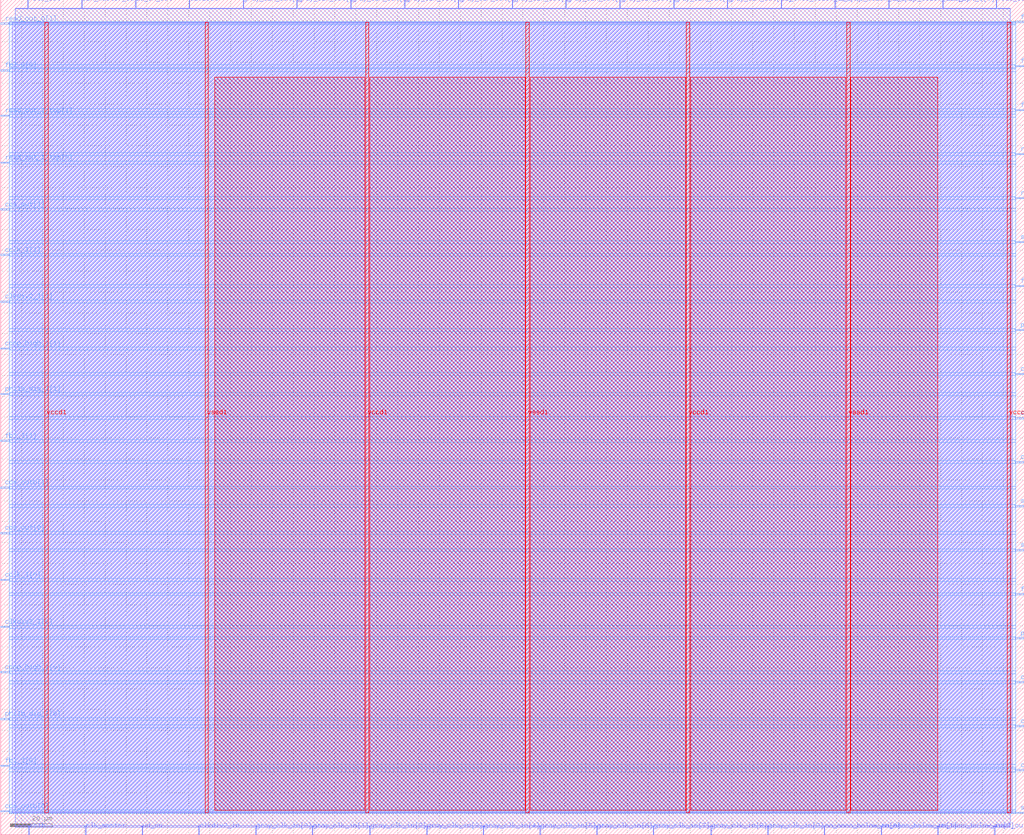
<source format=lef>
VERSION 5.7 ;
  NOWIREEXTENSIONATPIN ON ;
  DIVIDERCHAR "/" ;
  BUSBITCHARS "[]" ;
MACRO scalable_dual_core
  CLASS BLOCK ;
  FOREIGN scalable_dual_core ;
  ORIGIN 0.000 0.000 ;
  SIZE 490.000 BY 400.000 ;
  PIN cclk_I[0]
    DIRECTION OUTPUT TRISTATE ;
    USE SIGNAL ;
    PORT
      LAYER met3 ;
        RECT 0.000 121.760 4.000 122.360 ;
    END
  END cclk_I[0]
  PIN cclk_I[1]
    DIRECTION OUTPUT TRISTATE ;
    USE SIGNAL ;
    PORT
      LAYER met3 ;
        RECT 0.000 277.480 4.000 278.080 ;
    END
  END cclk_I[1]
  PIN cclk_Q[0]
    DIRECTION OUTPUT TRISTATE ;
    USE SIGNAL ;
    PORT
      LAYER met3 ;
        RECT 486.000 30.640 490.000 31.240 ;
    END
  END cclk_Q[0]
  PIN cclk_Q[1]
    DIRECTION OUTPUT TRISTATE ;
    USE SIGNAL ;
    PORT
      LAYER met3 ;
        RECT 486.000 178.200 490.000 178.800 ;
    END
  END cclk_Q[1]
  PIN clk_master
    DIRECTION INPUT ;
    USE SIGNAL ;
    PORT
      LAYER met2 ;
        RECT 40.570 0.000 40.850 4.000 ;
    END
  END clk_master
  PIN clk_master_out
    DIRECTION OUTPUT TRISTATE ;
    USE SIGNAL ;
    PORT
      LAYER met2 ;
        RECT 38.730 396.000 39.010 400.000 ;
    END
  END clk_master_out
  PIN clkdiv2_I[0]
    DIRECTION OUTPUT TRISTATE ;
    USE SIGNAL ;
    PORT
      LAYER met3 ;
        RECT 0.000 99.320 4.000 99.920 ;
    END
  END clkdiv2_I[0]
  PIN clkdiv2_I[1]
    DIRECTION OUTPUT TRISTATE ;
    USE SIGNAL ;
    PORT
      LAYER met3 ;
        RECT 0.000 255.040 4.000 255.640 ;
    END
  END clkdiv2_I[1]
  PIN clkdiv2_Q[0]
    DIRECTION OUTPUT TRISTATE ;
    USE SIGNAL ;
    PORT
      LAYER met3 ;
        RECT 486.000 51.720 490.000 52.320 ;
    END
  END clkdiv2_Q[0]
  PIN clkdiv2_Q[1]
    DIRECTION OUTPUT TRISTATE ;
    USE SIGNAL ;
    PORT
      LAYER met3 ;
        RECT 486.000 199.280 490.000 199.880 ;
    END
  END clkdiv2_Q[1]
  PIN clkdiv2_in
    DIRECTION INPUT ;
    USE SIGNAL ;
    PORT
      LAYER met2 ;
        RECT 94.850 0.000 95.130 4.000 ;
    END
  END clkdiv2_in
  PIN comp_high_I[0]
    DIRECTION INPUT ;
    USE SIGNAL ;
    PORT
      LAYER met3 ;
        RECT 0.000 77.560 4.000 78.160 ;
    END
  END comp_high_I[0]
  PIN comp_high_I[1]
    DIRECTION INPUT ;
    USE SIGNAL ;
    PORT
      LAYER met3 ;
        RECT 0.000 232.600 4.000 233.200 ;
    END
  END comp_high_I[1]
  PIN comp_high_Q[0]
    DIRECTION INPUT ;
    USE SIGNAL ;
    PORT
      LAYER met3 ;
        RECT 486.000 72.800 490.000 73.400 ;
    END
  END comp_high_Q[0]
  PIN comp_high_Q[1]
    DIRECTION INPUT ;
    USE SIGNAL ;
    PORT
      LAYER met3 ;
        RECT 486.000 220.360 490.000 220.960 ;
    END
  END comp_high_Q[1]
  PIN cos_out[0]
    DIRECTION OUTPUT TRISTATE ;
    USE SIGNAL ;
    PORT
      LAYER met3 ;
        RECT 0.000 144.200 4.000 144.800 ;
    END
  END cos_out[0]
  PIN cos_out[1]
    DIRECTION OUTPUT TRISTATE ;
    USE SIGNAL ;
    PORT
      LAYER met3 ;
        RECT 0.000 299.240 4.000 299.840 ;
    END
  END cos_out[1]
  PIN cos_outb[0]
    DIRECTION OUTPUT TRISTATE ;
    USE SIGNAL ;
    PORT
      LAYER met3 ;
        RECT 0.000 10.920 4.000 11.520 ;
    END
  END cos_outb[0]
  PIN cos_outb[1]
    DIRECTION OUTPUT TRISTATE ;
    USE SIGNAL ;
    PORT
      LAYER met3 ;
        RECT 0.000 165.960 4.000 166.560 ;
    END
  END cos_outb[1]
  PIN div2out
    DIRECTION OUTPUT TRISTATE ;
    USE SIGNAL ;
    PORT
      LAYER met2 ;
        RECT 90.250 396.000 90.530 400.000 ;
    END
  END div2out
  PIN fb1_I[0]
    DIRECTION OUTPUT TRISTATE ;
    USE SIGNAL ;
    PORT
      LAYER met3 ;
        RECT 0.000 32.680 4.000 33.280 ;
    END
  END fb1_I[0]
  PIN fb1_I[1]
    DIRECTION OUTPUT TRISTATE ;
    USE SIGNAL ;
    PORT
      LAYER met3 ;
        RECT 0.000 188.400 4.000 189.000 ;
    END
  END fb1_I[1]
  PIN fb1_Q[0]
    DIRECTION OUTPUT TRISTATE ;
    USE SIGNAL ;
    PORT
      LAYER met3 ;
        RECT 486.000 114.960 490.000 115.560 ;
    END
  END fb1_Q[0]
  PIN fb1_Q[1]
    DIRECTION OUTPUT TRISTATE ;
    USE SIGNAL ;
    PORT
      LAYER met3 ;
        RECT 486.000 262.520 490.000 263.120 ;
    END
  END fb1_Q[1]
  PIN fb2_I[0]
    DIRECTION OUTPUT TRISTATE ;
    USE SIGNAL ;
    PORT
      LAYER met3 ;
        RECT 486.000 346.840 490.000 347.440 ;
    END
  END fb2_I[0]
  PIN fb2_I[1]
    DIRECTION OUTPUT TRISTATE ;
    USE SIGNAL ;
    PORT
      LAYER met3 ;
        RECT 486.000 367.920 490.000 368.520 ;
    END
  END fb2_I[1]
  PIN fb2_Q[0]
    DIRECTION OUTPUT TRISTATE ;
    USE SIGNAL ;
    PORT
      LAYER met3 ;
        RECT 0.000 365.880 4.000 366.480 ;
    END
  END fb2_Q[0]
  PIN fb2_Q[1]
    DIRECTION OUTPUT TRISTATE ;
    USE SIGNAL ;
    PORT
      LAYER met3 ;
        RECT 486.000 389.000 490.000 389.600 ;
    END
  END fb2_Q[1]
  PIN gray_clk_in[0]
    DIRECTION INPUT ;
    USE SIGNAL ;
    PORT
      LAYER met2 ;
        RECT 121.990 0.000 122.270 4.000 ;
    END
  END gray_clk_in[0]
  PIN gray_clk_in[1]
    DIRECTION INPUT ;
    USE SIGNAL ;
    PORT
      LAYER met2 ;
        RECT 149.130 0.000 149.410 4.000 ;
    END
  END gray_clk_in[1]
  PIN gray_clk_in[2]
    DIRECTION INPUT ;
    USE SIGNAL ;
    PORT
      LAYER met2 ;
        RECT 176.730 0.000 177.010 4.000 ;
    END
  END gray_clk_in[2]
  PIN gray_clk_in[3]
    DIRECTION INPUT ;
    USE SIGNAL ;
    PORT
      LAYER met2 ;
        RECT 203.870 0.000 204.150 4.000 ;
    END
  END gray_clk_in[3]
  PIN gray_clk_in[4]
    DIRECTION INPUT ;
    USE SIGNAL ;
    PORT
      LAYER met2 ;
        RECT 231.010 0.000 231.290 4.000 ;
    END
  END gray_clk_in[4]
  PIN gray_clk_in[5]
    DIRECTION INPUT ;
    USE SIGNAL ;
    PORT
      LAYER met2 ;
        RECT 258.150 0.000 258.430 4.000 ;
    END
  END gray_clk_in[5]
  PIN gray_clk_in[6]
    DIRECTION INPUT ;
    USE SIGNAL ;
    PORT
      LAYER met2 ;
        RECT 285.290 0.000 285.570 4.000 ;
    END
  END gray_clk_in[6]
  PIN gray_clk_in[7]
    DIRECTION INPUT ;
    USE SIGNAL ;
    PORT
      LAYER met2 ;
        RECT 312.430 0.000 312.710 4.000 ;
    END
  END gray_clk_in[7]
  PIN gray_clk_in[8]
    DIRECTION INPUT ;
    USE SIGNAL ;
    PORT
      LAYER met2 ;
        RECT 340.030 0.000 340.310 4.000 ;
    END
  END gray_clk_in[8]
  PIN gray_clk_in[9]
    DIRECTION INPUT ;
    USE SIGNAL ;
    PORT
      LAYER met2 ;
        RECT 367.170 0.000 367.450 4.000 ;
    END
  END gray_clk_in[9]
  PIN gray_clk_out[10]
    DIRECTION OUTPUT TRISTATE ;
    USE SIGNAL ;
    PORT
      LAYER met2 ;
        RECT 347.850 396.000 348.130 400.000 ;
    END
  END gray_clk_out[10]
  PIN gray_clk_out[1]
    DIRECTION OUTPUT TRISTATE ;
    USE SIGNAL ;
    PORT
      LAYER met2 ;
        RECT 116.010 396.000 116.290 400.000 ;
    END
  END gray_clk_out[1]
  PIN gray_clk_out[2]
    DIRECTION OUTPUT TRISTATE ;
    USE SIGNAL ;
    PORT
      LAYER met2 ;
        RECT 141.770 396.000 142.050 400.000 ;
    END
  END gray_clk_out[2]
  PIN gray_clk_out[3]
    DIRECTION OUTPUT TRISTATE ;
    USE SIGNAL ;
    PORT
      LAYER met2 ;
        RECT 167.530 396.000 167.810 400.000 ;
    END
  END gray_clk_out[3]
  PIN gray_clk_out[4]
    DIRECTION OUTPUT TRISTATE ;
    USE SIGNAL ;
    PORT
      LAYER met2 ;
        RECT 193.290 396.000 193.570 400.000 ;
    END
  END gray_clk_out[4]
  PIN gray_clk_out[5]
    DIRECTION OUTPUT TRISTATE ;
    USE SIGNAL ;
    PORT
      LAYER met2 ;
        RECT 219.050 396.000 219.330 400.000 ;
    END
  END gray_clk_out[5]
  PIN gray_clk_out[6]
    DIRECTION OUTPUT TRISTATE ;
    USE SIGNAL ;
    PORT
      LAYER met2 ;
        RECT 244.810 396.000 245.090 400.000 ;
    END
  END gray_clk_out[6]
  PIN gray_clk_out[7]
    DIRECTION OUTPUT TRISTATE ;
    USE SIGNAL ;
    PORT
      LAYER met2 ;
        RECT 270.570 396.000 270.850 400.000 ;
    END
  END gray_clk_out[7]
  PIN gray_clk_out[8]
    DIRECTION OUTPUT TRISTATE ;
    USE SIGNAL ;
    PORT
      LAYER met2 ;
        RECT 296.330 396.000 296.610 400.000 ;
    END
  END gray_clk_out[8]
  PIN gray_clk_out[9]
    DIRECTION OUTPUT TRISTATE ;
    USE SIGNAL ;
    PORT
      LAYER met2 ;
        RECT 322.090 396.000 322.370 400.000 ;
    END
  END gray_clk_out[9]
  PIN no_ones_below_in[0]
    DIRECTION INPUT ;
    USE SIGNAL ;
    PORT
      LAYER met2 ;
        RECT 394.310 0.000 394.590 4.000 ;
    END
  END no_ones_below_in[0]
  PIN no_ones_below_in[1]
    DIRECTION INPUT ;
    USE SIGNAL ;
    PORT
      LAYER met2 ;
        RECT 421.450 0.000 421.730 4.000 ;
    END
  END no_ones_below_in[1]
  PIN no_ones_below_in[2]
    DIRECTION INPUT ;
    USE SIGNAL ;
    PORT
      LAYER met2 ;
        RECT 448.590 0.000 448.870 4.000 ;
    END
  END no_ones_below_in[2]
  PIN no_ones_below_out[0]
    DIRECTION OUTPUT TRISTATE ;
    USE SIGNAL ;
    PORT
      LAYER met2 ;
        RECT 373.610 396.000 373.890 400.000 ;
    END
  END no_ones_below_out[0]
  PIN no_ones_below_out[1]
    DIRECTION OUTPUT TRISTATE ;
    USE SIGNAL ;
    PORT
      LAYER met2 ;
        RECT 399.370 396.000 399.650 400.000 ;
    END
  END no_ones_below_out[1]
  PIN no_ones_below_out[2]
    DIRECTION OUTPUT TRISTATE ;
    USE SIGNAL ;
    PORT
      LAYER met2 ;
        RECT 425.130 396.000 425.410 400.000 ;
    END
  END no_ones_below_out[2]
  PIN phi1b_dig_I[0]
    DIRECTION INPUT ;
    USE SIGNAL ;
    PORT
      LAYER met3 ;
        RECT 0.000 55.120 4.000 55.720 ;
    END
  END phi1b_dig_I[0]
  PIN phi1b_dig_I[1]
    DIRECTION INPUT ;
    USE SIGNAL ;
    PORT
      LAYER met3 ;
        RECT 0.000 210.840 4.000 211.440 ;
    END
  END phi1b_dig_I[1]
  PIN phi1b_dig_Q[0]
    DIRECTION INPUT ;
    USE SIGNAL ;
    PORT
      LAYER met3 ;
        RECT 486.000 93.880 490.000 94.480 ;
    END
  END phi1b_dig_Q[0]
  PIN phi1b_dig_Q[1]
    DIRECTION INPUT ;
    USE SIGNAL ;
    PORT
      LAYER met3 ;
        RECT 486.000 241.440 490.000 242.040 ;
    END
  END phi1b_dig_Q[1]
  PIN read_out_I[0]
    DIRECTION OUTPUT TRISTATE ;
    USE SIGNAL ;
    PORT
      LAYER met2 ;
        RECT 475.730 0.000 476.010 4.000 ;
    END
  END read_out_I[0]
  PIN read_out_I[1]
    DIRECTION OUTPUT TRISTATE ;
    USE SIGNAL ;
    PORT
      LAYER met2 ;
        RECT 476.650 396.000 476.930 400.000 ;
    END
  END read_out_I[1]
  PIN read_out_I_top[0]
    DIRECTION OUTPUT TRISTATE ;
    USE SIGNAL ;
    PORT
      LAYER met3 ;
        RECT 0.000 321.680 4.000 322.280 ;
    END
  END read_out_I_top[0]
  PIN read_out_I_top[1]
    DIRECTION OUTPUT TRISTATE ;
    USE SIGNAL ;
    PORT
      LAYER met3 ;
        RECT 0.000 344.120 4.000 344.720 ;
    END
  END read_out_I_top[1]
  PIN read_out_Q[0]
    DIRECTION OUTPUT TRISTATE ;
    USE SIGNAL ;
    PORT
      LAYER met2 ;
        RECT 450.890 396.000 451.170 400.000 ;
    END
  END read_out_Q[0]
  PIN read_out_Q[1]
    DIRECTION OUTPUT TRISTATE ;
    USE SIGNAL ;
    PORT
      LAYER met3 ;
        RECT 0.000 388.320 4.000 388.920 ;
    END
  END read_out_Q[1]
  PIN read_out_Q_top[0]
    DIRECTION OUTPUT TRISTATE ;
    USE SIGNAL ;
    PORT
      LAYER met3 ;
        RECT 486.000 304.680 490.000 305.280 ;
    END
  END read_out_Q_top[0]
  PIN read_out_Q_top[1]
    DIRECTION OUTPUT TRISTATE ;
    USE SIGNAL ;
    PORT
      LAYER met3 ;
        RECT 486.000 325.760 490.000 326.360 ;
    END
  END read_out_Q_top[1]
  PIN rstb
    DIRECTION INPUT ;
    USE SIGNAL ;
    PORT
      LAYER met2 ;
        RECT 13.430 0.000 13.710 4.000 ;
    END
  END rstb
  PIN rstb_out
    DIRECTION OUTPUT TRISTATE ;
    USE SIGNAL ;
    PORT
      LAYER met2 ;
        RECT 12.970 396.000 13.250 400.000 ;
    END
  END rstb_out
  PIN sin_out[0]
    DIRECTION OUTPUT TRISTATE ;
    USE SIGNAL ;
    PORT
      LAYER met3 ;
        RECT 486.000 10.240 490.000 10.840 ;
    END
  END sin_out[0]
  PIN sin_out[1]
    DIRECTION OUTPUT TRISTATE ;
    USE SIGNAL ;
    PORT
      LAYER met3 ;
        RECT 486.000 157.120 490.000 157.720 ;
    END
  END sin_out[1]
  PIN sin_outb[0]
    DIRECTION OUTPUT TRISTATE ;
    USE SIGNAL ;
    PORT
      LAYER met3 ;
        RECT 486.000 136.040 490.000 136.640 ;
    END
  END sin_outb[0]
  PIN sin_outb[1]
    DIRECTION OUTPUT TRISTATE ;
    USE SIGNAL ;
    PORT
      LAYER met3 ;
        RECT 486.000 283.600 490.000 284.200 ;
    END
  END sin_outb[1]
  PIN ud_en
    DIRECTION INPUT ;
    USE SIGNAL ;
    PORT
      LAYER met2 ;
        RECT 67.710 0.000 67.990 4.000 ;
    END
  END ud_en
  PIN ud_en_out
    DIRECTION OUTPUT TRISTATE ;
    USE SIGNAL ;
    PORT
      LAYER met2 ;
        RECT 64.490 396.000 64.770 400.000 ;
    END
  END ud_en_out
  PIN vccd1
    DIRECTION INPUT ;
    USE POWER ;
    PORT
      LAYER met4 ;
        RECT 21.040 10.640 22.640 389.200 ;
    END
    PORT
      LAYER met4 ;
        RECT 174.640 10.640 176.240 389.200 ;
    END
    PORT
      LAYER met4 ;
        RECT 328.240 10.640 329.840 389.200 ;
    END
    PORT
      LAYER met4 ;
        RECT 481.840 10.640 483.440 389.200 ;
    END
  END vccd1
  PIN vssd1
    DIRECTION INPUT ;
    USE GROUND ;
    PORT
      LAYER met4 ;
        RECT 97.840 10.640 99.440 389.200 ;
    END
    PORT
      LAYER met4 ;
        RECT 251.440 10.640 253.040 389.200 ;
    END
    PORT
      LAYER met4 ;
        RECT 405.040 10.640 406.640 389.200 ;
    END
  END vssd1
  OBS
      LAYER li1 ;
        RECT 5.520 10.795 484.380 389.045 ;
      LAYER met1 ;
        RECT 5.520 10.640 484.380 389.200 ;
      LAYER met2 ;
        RECT 6.990 395.720 12.690 396.000 ;
        RECT 13.530 395.720 38.450 396.000 ;
        RECT 39.290 395.720 64.210 396.000 ;
        RECT 65.050 395.720 89.970 396.000 ;
        RECT 90.810 395.720 115.730 396.000 ;
        RECT 116.570 395.720 141.490 396.000 ;
        RECT 142.330 395.720 167.250 396.000 ;
        RECT 168.090 395.720 193.010 396.000 ;
        RECT 193.850 395.720 218.770 396.000 ;
        RECT 219.610 395.720 244.530 396.000 ;
        RECT 245.370 395.720 270.290 396.000 ;
        RECT 271.130 395.720 296.050 396.000 ;
        RECT 296.890 395.720 321.810 396.000 ;
        RECT 322.650 395.720 347.570 396.000 ;
        RECT 348.410 395.720 373.330 396.000 ;
        RECT 374.170 395.720 399.090 396.000 ;
        RECT 399.930 395.720 424.850 396.000 ;
        RECT 425.690 395.720 450.610 396.000 ;
        RECT 451.450 395.720 476.370 396.000 ;
        RECT 477.210 395.720 483.410 396.000 ;
        RECT 6.990 4.280 483.410 395.720 ;
        RECT 6.990 3.670 13.150 4.280 ;
        RECT 13.990 3.670 40.290 4.280 ;
        RECT 41.130 3.670 67.430 4.280 ;
        RECT 68.270 3.670 94.570 4.280 ;
        RECT 95.410 3.670 121.710 4.280 ;
        RECT 122.550 3.670 148.850 4.280 ;
        RECT 149.690 3.670 176.450 4.280 ;
        RECT 177.290 3.670 203.590 4.280 ;
        RECT 204.430 3.670 230.730 4.280 ;
        RECT 231.570 3.670 257.870 4.280 ;
        RECT 258.710 3.670 285.010 4.280 ;
        RECT 285.850 3.670 312.150 4.280 ;
        RECT 312.990 3.670 339.750 4.280 ;
        RECT 340.590 3.670 366.890 4.280 ;
        RECT 367.730 3.670 394.030 4.280 ;
        RECT 394.870 3.670 421.170 4.280 ;
        RECT 422.010 3.670 448.310 4.280 ;
        RECT 449.150 3.670 475.450 4.280 ;
        RECT 476.290 3.670 483.410 4.280 ;
      LAYER met3 ;
        RECT 4.000 389.320 485.600 389.450 ;
        RECT 4.400 388.600 485.600 389.320 ;
        RECT 4.400 387.920 486.000 388.600 ;
        RECT 4.000 368.920 486.000 387.920 ;
        RECT 4.000 367.520 485.600 368.920 ;
        RECT 4.000 366.880 486.000 367.520 ;
        RECT 4.400 365.480 486.000 366.880 ;
        RECT 4.000 347.840 486.000 365.480 ;
        RECT 4.000 346.440 485.600 347.840 ;
        RECT 4.000 345.120 486.000 346.440 ;
        RECT 4.400 343.720 486.000 345.120 ;
        RECT 4.000 326.760 486.000 343.720 ;
        RECT 4.000 325.360 485.600 326.760 ;
        RECT 4.000 322.680 486.000 325.360 ;
        RECT 4.400 321.280 486.000 322.680 ;
        RECT 4.000 305.680 486.000 321.280 ;
        RECT 4.000 304.280 485.600 305.680 ;
        RECT 4.000 300.240 486.000 304.280 ;
        RECT 4.400 298.840 486.000 300.240 ;
        RECT 4.000 284.600 486.000 298.840 ;
        RECT 4.000 283.200 485.600 284.600 ;
        RECT 4.000 278.480 486.000 283.200 ;
        RECT 4.400 277.080 486.000 278.480 ;
        RECT 4.000 263.520 486.000 277.080 ;
        RECT 4.000 262.120 485.600 263.520 ;
        RECT 4.000 256.040 486.000 262.120 ;
        RECT 4.400 254.640 486.000 256.040 ;
        RECT 4.000 242.440 486.000 254.640 ;
        RECT 4.000 241.040 485.600 242.440 ;
        RECT 4.000 233.600 486.000 241.040 ;
        RECT 4.400 232.200 486.000 233.600 ;
        RECT 4.000 221.360 486.000 232.200 ;
        RECT 4.000 219.960 485.600 221.360 ;
        RECT 4.000 211.840 486.000 219.960 ;
        RECT 4.400 210.440 486.000 211.840 ;
        RECT 4.000 200.280 486.000 210.440 ;
        RECT 4.000 198.880 485.600 200.280 ;
        RECT 4.000 189.400 486.000 198.880 ;
        RECT 4.400 188.000 486.000 189.400 ;
        RECT 4.000 179.200 486.000 188.000 ;
        RECT 4.000 177.800 485.600 179.200 ;
        RECT 4.000 166.960 486.000 177.800 ;
        RECT 4.400 165.560 486.000 166.960 ;
        RECT 4.000 158.120 486.000 165.560 ;
        RECT 4.000 156.720 485.600 158.120 ;
        RECT 4.000 145.200 486.000 156.720 ;
        RECT 4.400 143.800 486.000 145.200 ;
        RECT 4.000 137.040 486.000 143.800 ;
        RECT 4.000 135.640 485.600 137.040 ;
        RECT 4.000 122.760 486.000 135.640 ;
        RECT 4.400 121.360 486.000 122.760 ;
        RECT 4.000 115.960 486.000 121.360 ;
        RECT 4.000 114.560 485.600 115.960 ;
        RECT 4.000 100.320 486.000 114.560 ;
        RECT 4.400 98.920 486.000 100.320 ;
        RECT 4.000 94.880 486.000 98.920 ;
        RECT 4.000 93.480 485.600 94.880 ;
        RECT 4.000 78.560 486.000 93.480 ;
        RECT 4.400 77.160 486.000 78.560 ;
        RECT 4.000 73.800 486.000 77.160 ;
        RECT 4.000 72.400 485.600 73.800 ;
        RECT 4.000 56.120 486.000 72.400 ;
        RECT 4.400 54.720 486.000 56.120 ;
        RECT 4.000 52.720 486.000 54.720 ;
        RECT 4.000 51.320 485.600 52.720 ;
        RECT 4.000 33.680 486.000 51.320 ;
        RECT 4.400 32.280 486.000 33.680 ;
        RECT 4.000 31.640 486.000 32.280 ;
        RECT 4.000 30.240 485.600 31.640 ;
        RECT 4.000 11.920 486.000 30.240 ;
        RECT 4.400 11.240 486.000 11.920 ;
        RECT 4.400 10.520 485.600 11.240 ;
        RECT 4.000 10.375 485.600 10.520 ;
      LAYER met4 ;
        RECT 102.415 11.735 174.240 362.945 ;
        RECT 176.640 11.735 251.040 362.945 ;
        RECT 253.440 11.735 327.840 362.945 ;
        RECT 330.240 11.735 404.640 362.945 ;
        RECT 407.040 11.735 448.665 362.945 ;
  END
END scalable_dual_core
END LIBRARY


</source>
